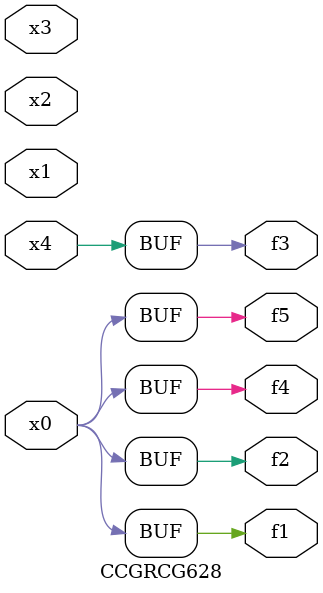
<source format=v>
module CCGRCG628(
	input x0, x1, x2, x3, x4,
	output f1, f2, f3, f4, f5
);
	assign f1 = x0;
	assign f2 = x0;
	assign f3 = x4;
	assign f4 = x0;
	assign f5 = x0;
endmodule

</source>
